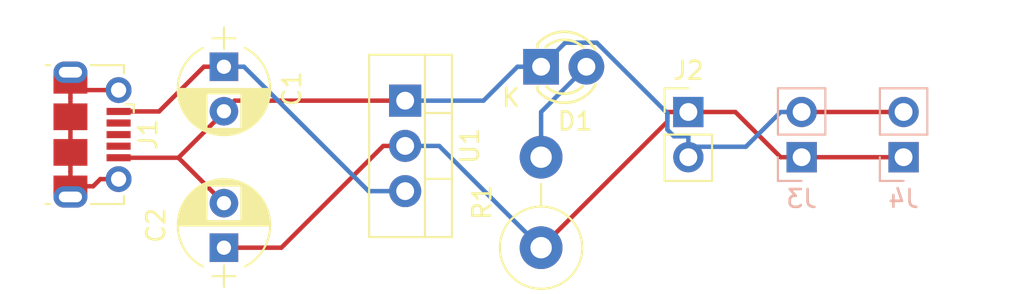
<source format=kicad_pcb>
(kicad_pcb (version 4) (host pcbnew 4.0.7)

  (general
    (links 22)
    (no_connects 0)
    (area 106.7 69.785 164.322858 86.645001)
    (thickness 1.6)
    (drawings 0)
    (tracks 54)
    (zones 0)
    (modules 9)
    (nets 9)
  )

  (page A4)
  (layers
    (0 F.Cu signal)
    (31 B.Cu signal)
    (32 B.Adhes user)
    (33 F.Adhes user)
    (34 B.Paste user)
    (35 F.Paste user)
    (36 B.SilkS user)
    (37 F.SilkS user)
    (38 B.Mask user)
    (39 F.Mask user)
    (40 Dwgs.User user)
    (41 Cmts.User user)
    (42 Eco1.User user)
    (43 Eco2.User user)
    (44 Edge.Cuts user)
    (45 Margin user)
    (46 B.CrtYd user)
    (47 F.CrtYd user)
    (48 B.Fab user)
    (49 F.Fab user)
  )

  (setup
    (last_trace_width 0.25)
    (trace_clearance 0.2)
    (zone_clearance 0.508)
    (zone_45_only no)
    (trace_min 0.2)
    (segment_width 0.2)
    (edge_width 0.15)
    (via_size 0.6)
    (via_drill 0.4)
    (via_min_size 0.4)
    (via_min_drill 0.3)
    (uvia_size 0.3)
    (uvia_drill 0.1)
    (uvias_allowed no)
    (uvia_min_size 0.2)
    (uvia_min_drill 0.1)
    (pcb_text_width 0.3)
    (pcb_text_size 1.5 1.5)
    (mod_edge_width 0.15)
    (mod_text_size 1 1)
    (mod_text_width 0.15)
    (pad_size 1.524 1.524)
    (pad_drill 0.762)
    (pad_to_mask_clearance 0.2)
    (aux_axis_origin 0 0)
    (visible_elements FFFFFF7F)
    (pcbplotparams
      (layerselection 0x010f0_80000001)
      (usegerberextensions true)
      (excludeedgelayer true)
      (linewidth 0.100000)
      (plotframeref false)
      (viasonmask false)
      (mode 1)
      (useauxorigin false)
      (hpglpennumber 1)
      (hpglpenspeed 20)
      (hpglpendiameter 15)
      (hpglpenoverlay 2)
      (psnegative false)
      (psa4output false)
      (plotreference true)
      (plotvalue true)
      (plotinvisibletext false)
      (padsonsilk false)
      (subtractmaskfromsilk false)
      (outputformat 1)
      (mirror false)
      (drillshape 0)
      (scaleselection 1)
      (outputdirectory ""))
  )

  (net 0 "")
  (net 1 "Net-(C1-Pad1)")
  (net 2 "Net-(C1-Pad2)")
  (net 3 "Net-(C2-Pad1)")
  (net 4 "Net-(D1-Pad2)")
  (net 5 "Net-(J1-Pad6)")
  (net 6 "Net-(J1-Pad2)")
  (net 7 "Net-(J1-Pad4)")
  (net 8 "Net-(J1-Pad3)")

  (net_class Default "This is the default net class."
    (clearance 0.2)
    (trace_width 0.25)
    (via_dia 0.6)
    (via_drill 0.4)
    (uvia_dia 0.3)
    (uvia_drill 0.1)
    (add_net "Net-(C1-Pad1)")
    (add_net "Net-(C1-Pad2)")
    (add_net "Net-(C2-Pad1)")
    (add_net "Net-(D1-Pad2)")
    (add_net "Net-(J1-Pad2)")
    (add_net "Net-(J1-Pad3)")
    (add_net "Net-(J1-Pad4)")
    (add_net "Net-(J1-Pad6)")
  )

  (module Capacitors_THT:CP_Radial_D5.0mm_P2.50mm (layer F.Cu) (tedit 597BC7C2) (tstamp 5B9C08F6)
    (at 119.38 73.66 270)
    (descr "CP, Radial series, Radial, pin pitch=2.50mm, , diameter=5mm, Electrolytic Capacitor")
    (tags "CP Radial series Radial pin pitch 2.50mm  diameter 5mm Electrolytic Capacitor")
    (path /5B9C0441)
    (fp_text reference C1 (at 1.25 -3.81 270) (layer F.SilkS)
      (effects (font (size 1 1) (thickness 0.15)))
    )
    (fp_text value 10uf (at 1.25 3.81 270) (layer F.Fab)
      (effects (font (size 1 1) (thickness 0.15)))
    )
    (fp_arc (start 1.25 0) (end -1.05558 -1.18) (angle 125.8) (layer F.SilkS) (width 0.12))
    (fp_arc (start 1.25 0) (end -1.05558 1.18) (angle -125.8) (layer F.SilkS) (width 0.12))
    (fp_arc (start 1.25 0) (end 3.55558 -1.18) (angle 54.2) (layer F.SilkS) (width 0.12))
    (fp_circle (center 1.25 0) (end 3.75 0) (layer F.Fab) (width 0.1))
    (fp_line (start -2.2 0) (end -1 0) (layer F.Fab) (width 0.1))
    (fp_line (start -1.6 -0.65) (end -1.6 0.65) (layer F.Fab) (width 0.1))
    (fp_line (start 1.25 -2.55) (end 1.25 2.55) (layer F.SilkS) (width 0.12))
    (fp_line (start 1.29 -2.55) (end 1.29 2.55) (layer F.SilkS) (width 0.12))
    (fp_line (start 1.33 -2.549) (end 1.33 2.549) (layer F.SilkS) (width 0.12))
    (fp_line (start 1.37 -2.548) (end 1.37 2.548) (layer F.SilkS) (width 0.12))
    (fp_line (start 1.41 -2.546) (end 1.41 2.546) (layer F.SilkS) (width 0.12))
    (fp_line (start 1.45 -2.543) (end 1.45 2.543) (layer F.SilkS) (width 0.12))
    (fp_line (start 1.49 -2.539) (end 1.49 2.539) (layer F.SilkS) (width 0.12))
    (fp_line (start 1.53 -2.535) (end 1.53 -0.98) (layer F.SilkS) (width 0.12))
    (fp_line (start 1.53 0.98) (end 1.53 2.535) (layer F.SilkS) (width 0.12))
    (fp_line (start 1.57 -2.531) (end 1.57 -0.98) (layer F.SilkS) (width 0.12))
    (fp_line (start 1.57 0.98) (end 1.57 2.531) (layer F.SilkS) (width 0.12))
    (fp_line (start 1.61 -2.525) (end 1.61 -0.98) (layer F.SilkS) (width 0.12))
    (fp_line (start 1.61 0.98) (end 1.61 2.525) (layer F.SilkS) (width 0.12))
    (fp_line (start 1.65 -2.519) (end 1.65 -0.98) (layer F.SilkS) (width 0.12))
    (fp_line (start 1.65 0.98) (end 1.65 2.519) (layer F.SilkS) (width 0.12))
    (fp_line (start 1.69 -2.513) (end 1.69 -0.98) (layer F.SilkS) (width 0.12))
    (fp_line (start 1.69 0.98) (end 1.69 2.513) (layer F.SilkS) (width 0.12))
    (fp_line (start 1.73 -2.506) (end 1.73 -0.98) (layer F.SilkS) (width 0.12))
    (fp_line (start 1.73 0.98) (end 1.73 2.506) (layer F.SilkS) (width 0.12))
    (fp_line (start 1.77 -2.498) (end 1.77 -0.98) (layer F.SilkS) (width 0.12))
    (fp_line (start 1.77 0.98) (end 1.77 2.498) (layer F.SilkS) (width 0.12))
    (fp_line (start 1.81 -2.489) (end 1.81 -0.98) (layer F.SilkS) (width 0.12))
    (fp_line (start 1.81 0.98) (end 1.81 2.489) (layer F.SilkS) (width 0.12))
    (fp_line (start 1.85 -2.48) (end 1.85 -0.98) (layer F.SilkS) (width 0.12))
    (fp_line (start 1.85 0.98) (end 1.85 2.48) (layer F.SilkS) (width 0.12))
    (fp_line (start 1.89 -2.47) (end 1.89 -0.98) (layer F.SilkS) (width 0.12))
    (fp_line (start 1.89 0.98) (end 1.89 2.47) (layer F.SilkS) (width 0.12))
    (fp_line (start 1.93 -2.46) (end 1.93 -0.98) (layer F.SilkS) (width 0.12))
    (fp_line (start 1.93 0.98) (end 1.93 2.46) (layer F.SilkS) (width 0.12))
    (fp_line (start 1.971 -2.448) (end 1.971 -0.98) (layer F.SilkS) (width 0.12))
    (fp_line (start 1.971 0.98) (end 1.971 2.448) (layer F.SilkS) (width 0.12))
    (fp_line (start 2.011 -2.436) (end 2.011 -0.98) (layer F.SilkS) (width 0.12))
    (fp_line (start 2.011 0.98) (end 2.011 2.436) (layer F.SilkS) (width 0.12))
    (fp_line (start 2.051 -2.424) (end 2.051 -0.98) (layer F.SilkS) (width 0.12))
    (fp_line (start 2.051 0.98) (end 2.051 2.424) (layer F.SilkS) (width 0.12))
    (fp_line (start 2.091 -2.41) (end 2.091 -0.98) (layer F.SilkS) (width 0.12))
    (fp_line (start 2.091 0.98) (end 2.091 2.41) (layer F.SilkS) (width 0.12))
    (fp_line (start 2.131 -2.396) (end 2.131 -0.98) (layer F.SilkS) (width 0.12))
    (fp_line (start 2.131 0.98) (end 2.131 2.396) (layer F.SilkS) (width 0.12))
    (fp_line (start 2.171 -2.382) (end 2.171 -0.98) (layer F.SilkS) (width 0.12))
    (fp_line (start 2.171 0.98) (end 2.171 2.382) (layer F.SilkS) (width 0.12))
    (fp_line (start 2.211 -2.366) (end 2.211 -0.98) (layer F.SilkS) (width 0.12))
    (fp_line (start 2.211 0.98) (end 2.211 2.366) (layer F.SilkS) (width 0.12))
    (fp_line (start 2.251 -2.35) (end 2.251 -0.98) (layer F.SilkS) (width 0.12))
    (fp_line (start 2.251 0.98) (end 2.251 2.35) (layer F.SilkS) (width 0.12))
    (fp_line (start 2.291 -2.333) (end 2.291 -0.98) (layer F.SilkS) (width 0.12))
    (fp_line (start 2.291 0.98) (end 2.291 2.333) (layer F.SilkS) (width 0.12))
    (fp_line (start 2.331 -2.315) (end 2.331 -0.98) (layer F.SilkS) (width 0.12))
    (fp_line (start 2.331 0.98) (end 2.331 2.315) (layer F.SilkS) (width 0.12))
    (fp_line (start 2.371 -2.296) (end 2.371 -0.98) (layer F.SilkS) (width 0.12))
    (fp_line (start 2.371 0.98) (end 2.371 2.296) (layer F.SilkS) (width 0.12))
    (fp_line (start 2.411 -2.276) (end 2.411 -0.98) (layer F.SilkS) (width 0.12))
    (fp_line (start 2.411 0.98) (end 2.411 2.276) (layer F.SilkS) (width 0.12))
    (fp_line (start 2.451 -2.256) (end 2.451 -0.98) (layer F.SilkS) (width 0.12))
    (fp_line (start 2.451 0.98) (end 2.451 2.256) (layer F.SilkS) (width 0.12))
    (fp_line (start 2.491 -2.234) (end 2.491 -0.98) (layer F.SilkS) (width 0.12))
    (fp_line (start 2.491 0.98) (end 2.491 2.234) (layer F.SilkS) (width 0.12))
    (fp_line (start 2.531 -2.212) (end 2.531 -0.98) (layer F.SilkS) (width 0.12))
    (fp_line (start 2.531 0.98) (end 2.531 2.212) (layer F.SilkS) (width 0.12))
    (fp_line (start 2.571 -2.189) (end 2.571 -0.98) (layer F.SilkS) (width 0.12))
    (fp_line (start 2.571 0.98) (end 2.571 2.189) (layer F.SilkS) (width 0.12))
    (fp_line (start 2.611 -2.165) (end 2.611 -0.98) (layer F.SilkS) (width 0.12))
    (fp_line (start 2.611 0.98) (end 2.611 2.165) (layer F.SilkS) (width 0.12))
    (fp_line (start 2.651 -2.14) (end 2.651 -0.98) (layer F.SilkS) (width 0.12))
    (fp_line (start 2.651 0.98) (end 2.651 2.14) (layer F.SilkS) (width 0.12))
    (fp_line (start 2.691 -2.113) (end 2.691 -0.98) (layer F.SilkS) (width 0.12))
    (fp_line (start 2.691 0.98) (end 2.691 2.113) (layer F.SilkS) (width 0.12))
    (fp_line (start 2.731 -2.086) (end 2.731 -0.98) (layer F.SilkS) (width 0.12))
    (fp_line (start 2.731 0.98) (end 2.731 2.086) (layer F.SilkS) (width 0.12))
    (fp_line (start 2.771 -2.058) (end 2.771 -0.98) (layer F.SilkS) (width 0.12))
    (fp_line (start 2.771 0.98) (end 2.771 2.058) (layer F.SilkS) (width 0.12))
    (fp_line (start 2.811 -2.028) (end 2.811 -0.98) (layer F.SilkS) (width 0.12))
    (fp_line (start 2.811 0.98) (end 2.811 2.028) (layer F.SilkS) (width 0.12))
    (fp_line (start 2.851 -1.997) (end 2.851 -0.98) (layer F.SilkS) (width 0.12))
    (fp_line (start 2.851 0.98) (end 2.851 1.997) (layer F.SilkS) (width 0.12))
    (fp_line (start 2.891 -1.965) (end 2.891 -0.98) (layer F.SilkS) (width 0.12))
    (fp_line (start 2.891 0.98) (end 2.891 1.965) (layer F.SilkS) (width 0.12))
    (fp_line (start 2.931 -1.932) (end 2.931 -0.98) (layer F.SilkS) (width 0.12))
    (fp_line (start 2.931 0.98) (end 2.931 1.932) (layer F.SilkS) (width 0.12))
    (fp_line (start 2.971 -1.897) (end 2.971 -0.98) (layer F.SilkS) (width 0.12))
    (fp_line (start 2.971 0.98) (end 2.971 1.897) (layer F.SilkS) (width 0.12))
    (fp_line (start 3.011 -1.861) (end 3.011 -0.98) (layer F.SilkS) (width 0.12))
    (fp_line (start 3.011 0.98) (end 3.011 1.861) (layer F.SilkS) (width 0.12))
    (fp_line (start 3.051 -1.823) (end 3.051 -0.98) (layer F.SilkS) (width 0.12))
    (fp_line (start 3.051 0.98) (end 3.051 1.823) (layer F.SilkS) (width 0.12))
    (fp_line (start 3.091 -1.783) (end 3.091 -0.98) (layer F.SilkS) (width 0.12))
    (fp_line (start 3.091 0.98) (end 3.091 1.783) (layer F.SilkS) (width 0.12))
    (fp_line (start 3.131 -1.742) (end 3.131 -0.98) (layer F.SilkS) (width 0.12))
    (fp_line (start 3.131 0.98) (end 3.131 1.742) (layer F.SilkS) (width 0.12))
    (fp_line (start 3.171 -1.699) (end 3.171 -0.98) (layer F.SilkS) (width 0.12))
    (fp_line (start 3.171 0.98) (end 3.171 1.699) (layer F.SilkS) (width 0.12))
    (fp_line (start 3.211 -1.654) (end 3.211 -0.98) (layer F.SilkS) (width 0.12))
    (fp_line (start 3.211 0.98) (end 3.211 1.654) (layer F.SilkS) (width 0.12))
    (fp_line (start 3.251 -1.606) (end 3.251 -0.98) (layer F.SilkS) (width 0.12))
    (fp_line (start 3.251 0.98) (end 3.251 1.606) (layer F.SilkS) (width 0.12))
    (fp_line (start 3.291 -1.556) (end 3.291 -0.98) (layer F.SilkS) (width 0.12))
    (fp_line (start 3.291 0.98) (end 3.291 1.556) (layer F.SilkS) (width 0.12))
    (fp_line (start 3.331 -1.504) (end 3.331 -0.98) (layer F.SilkS) (width 0.12))
    (fp_line (start 3.331 0.98) (end 3.331 1.504) (layer F.SilkS) (width 0.12))
    (fp_line (start 3.371 -1.448) (end 3.371 -0.98) (layer F.SilkS) (width 0.12))
    (fp_line (start 3.371 0.98) (end 3.371 1.448) (layer F.SilkS) (width 0.12))
    (fp_line (start 3.411 -1.39) (end 3.411 -0.98) (layer F.SilkS) (width 0.12))
    (fp_line (start 3.411 0.98) (end 3.411 1.39) (layer F.SilkS) (width 0.12))
    (fp_line (start 3.451 -1.327) (end 3.451 -0.98) (layer F.SilkS) (width 0.12))
    (fp_line (start 3.451 0.98) (end 3.451 1.327) (layer F.SilkS) (width 0.12))
    (fp_line (start 3.491 -1.261) (end 3.491 1.261) (layer F.SilkS) (width 0.12))
    (fp_line (start 3.531 -1.189) (end 3.531 1.189) (layer F.SilkS) (width 0.12))
    (fp_line (start 3.571 -1.112) (end 3.571 1.112) (layer F.SilkS) (width 0.12))
    (fp_line (start 3.611 -1.028) (end 3.611 1.028) (layer F.SilkS) (width 0.12))
    (fp_line (start 3.651 -0.934) (end 3.651 0.934) (layer F.SilkS) (width 0.12))
    (fp_line (start 3.691 -0.829) (end 3.691 0.829) (layer F.SilkS) (width 0.12))
    (fp_line (start 3.731 -0.707) (end 3.731 0.707) (layer F.SilkS) (width 0.12))
    (fp_line (start 3.771 -0.559) (end 3.771 0.559) (layer F.SilkS) (width 0.12))
    (fp_line (start 3.811 -0.354) (end 3.811 0.354) (layer F.SilkS) (width 0.12))
    (fp_line (start -2.2 0) (end -1 0) (layer F.SilkS) (width 0.12))
    (fp_line (start -1.6 -0.65) (end -1.6 0.65) (layer F.SilkS) (width 0.12))
    (fp_line (start -1.6 -2.85) (end -1.6 2.85) (layer F.CrtYd) (width 0.05))
    (fp_line (start -1.6 2.85) (end 4.1 2.85) (layer F.CrtYd) (width 0.05))
    (fp_line (start 4.1 2.85) (end 4.1 -2.85) (layer F.CrtYd) (width 0.05))
    (fp_line (start 4.1 -2.85) (end -1.6 -2.85) (layer F.CrtYd) (width 0.05))
    (fp_text user %R (at 1.25 0 270) (layer F.Fab)
      (effects (font (size 1 1) (thickness 0.15)))
    )
    (pad 1 thru_hole rect (at 0 0 270) (size 1.6 1.6) (drill 0.8) (layers *.Cu *.Mask)
      (net 1 "Net-(C1-Pad1)"))
    (pad 2 thru_hole circle (at 2.5 0 270) (size 1.6 1.6) (drill 0.8) (layers *.Cu *.Mask)
      (net 2 "Net-(C1-Pad2)"))
    (model ${KISYS3DMOD}/Capacitors_THT.3dshapes/CP_Radial_D5.0mm_P2.50mm.wrl
      (at (xyz 0 0 0))
      (scale (xyz 1 1 1))
      (rotate (xyz 0 0 0))
    )
  )

  (module Capacitors_THT:CP_Radial_D5.0mm_P2.50mm (layer F.Cu) (tedit 597BC7C2) (tstamp 5B9C08FC)
    (at 119.38 83.82 90)
    (descr "CP, Radial series, Radial, pin pitch=2.50mm, , diameter=5mm, Electrolytic Capacitor")
    (tags "CP Radial series Radial pin pitch 2.50mm  diameter 5mm Electrolytic Capacitor")
    (path /5B9C03E7)
    (fp_text reference C2 (at 1.25 -3.81 90) (layer F.SilkS)
      (effects (font (size 1 1) (thickness 0.15)))
    )
    (fp_text value 10uF (at 1.25 3.81 90) (layer F.Fab)
      (effects (font (size 1 1) (thickness 0.15)))
    )
    (fp_arc (start 1.25 0) (end -1.05558 -1.18) (angle 125.8) (layer F.SilkS) (width 0.12))
    (fp_arc (start 1.25 0) (end -1.05558 1.18) (angle -125.8) (layer F.SilkS) (width 0.12))
    (fp_arc (start 1.25 0) (end 3.55558 -1.18) (angle 54.2) (layer F.SilkS) (width 0.12))
    (fp_circle (center 1.25 0) (end 3.75 0) (layer F.Fab) (width 0.1))
    (fp_line (start -2.2 0) (end -1 0) (layer F.Fab) (width 0.1))
    (fp_line (start -1.6 -0.65) (end -1.6 0.65) (layer F.Fab) (width 0.1))
    (fp_line (start 1.25 -2.55) (end 1.25 2.55) (layer F.SilkS) (width 0.12))
    (fp_line (start 1.29 -2.55) (end 1.29 2.55) (layer F.SilkS) (width 0.12))
    (fp_line (start 1.33 -2.549) (end 1.33 2.549) (layer F.SilkS) (width 0.12))
    (fp_line (start 1.37 -2.548) (end 1.37 2.548) (layer F.SilkS) (width 0.12))
    (fp_line (start 1.41 -2.546) (end 1.41 2.546) (layer F.SilkS) (width 0.12))
    (fp_line (start 1.45 -2.543) (end 1.45 2.543) (layer F.SilkS) (width 0.12))
    (fp_line (start 1.49 -2.539) (end 1.49 2.539) (layer F.SilkS) (width 0.12))
    (fp_line (start 1.53 -2.535) (end 1.53 -0.98) (layer F.SilkS) (width 0.12))
    (fp_line (start 1.53 0.98) (end 1.53 2.535) (layer F.SilkS) (width 0.12))
    (fp_line (start 1.57 -2.531) (end 1.57 -0.98) (layer F.SilkS) (width 0.12))
    (fp_line (start 1.57 0.98) (end 1.57 2.531) (layer F.SilkS) (width 0.12))
    (fp_line (start 1.61 -2.525) (end 1.61 -0.98) (layer F.SilkS) (width 0.12))
    (fp_line (start 1.61 0.98) (end 1.61 2.525) (layer F.SilkS) (width 0.12))
    (fp_line (start 1.65 -2.519) (end 1.65 -0.98) (layer F.SilkS) (width 0.12))
    (fp_line (start 1.65 0.98) (end 1.65 2.519) (layer F.SilkS) (width 0.12))
    (fp_line (start 1.69 -2.513) (end 1.69 -0.98) (layer F.SilkS) (width 0.12))
    (fp_line (start 1.69 0.98) (end 1.69 2.513) (layer F.SilkS) (width 0.12))
    (fp_line (start 1.73 -2.506) (end 1.73 -0.98) (layer F.SilkS) (width 0.12))
    (fp_line (start 1.73 0.98) (end 1.73 2.506) (layer F.SilkS) (width 0.12))
    (fp_line (start 1.77 -2.498) (end 1.77 -0.98) (layer F.SilkS) (width 0.12))
    (fp_line (start 1.77 0.98) (end 1.77 2.498) (layer F.SilkS) (width 0.12))
    (fp_line (start 1.81 -2.489) (end 1.81 -0.98) (layer F.SilkS) (width 0.12))
    (fp_line (start 1.81 0.98) (end 1.81 2.489) (layer F.SilkS) (width 0.12))
    (fp_line (start 1.85 -2.48) (end 1.85 -0.98) (layer F.SilkS) (width 0.12))
    (fp_line (start 1.85 0.98) (end 1.85 2.48) (layer F.SilkS) (width 0.12))
    (fp_line (start 1.89 -2.47) (end 1.89 -0.98) (layer F.SilkS) (width 0.12))
    (fp_line (start 1.89 0.98) (end 1.89 2.47) (layer F.SilkS) (width 0.12))
    (fp_line (start 1.93 -2.46) (end 1.93 -0.98) (layer F.SilkS) (width 0.12))
    (fp_line (start 1.93 0.98) (end 1.93 2.46) (layer F.SilkS) (width 0.12))
    (fp_line (start 1.971 -2.448) (end 1.971 -0.98) (layer F.SilkS) (width 0.12))
    (fp_line (start 1.971 0.98) (end 1.971 2.448) (layer F.SilkS) (width 0.12))
    (fp_line (start 2.011 -2.436) (end 2.011 -0.98) (layer F.SilkS) (width 0.12))
    (fp_line (start 2.011 0.98) (end 2.011 2.436) (layer F.SilkS) (width 0.12))
    (fp_line (start 2.051 -2.424) (end 2.051 -0.98) (layer F.SilkS) (width 0.12))
    (fp_line (start 2.051 0.98) (end 2.051 2.424) (layer F.SilkS) (width 0.12))
    (fp_line (start 2.091 -2.41) (end 2.091 -0.98) (layer F.SilkS) (width 0.12))
    (fp_line (start 2.091 0.98) (end 2.091 2.41) (layer F.SilkS) (width 0.12))
    (fp_line (start 2.131 -2.396) (end 2.131 -0.98) (layer F.SilkS) (width 0.12))
    (fp_line (start 2.131 0.98) (end 2.131 2.396) (layer F.SilkS) (width 0.12))
    (fp_line (start 2.171 -2.382) (end 2.171 -0.98) (layer F.SilkS) (width 0.12))
    (fp_line (start 2.171 0.98) (end 2.171 2.382) (layer F.SilkS) (width 0.12))
    (fp_line (start 2.211 -2.366) (end 2.211 -0.98) (layer F.SilkS) (width 0.12))
    (fp_line (start 2.211 0.98) (end 2.211 2.366) (layer F.SilkS) (width 0.12))
    (fp_line (start 2.251 -2.35) (end 2.251 -0.98) (layer F.SilkS) (width 0.12))
    (fp_line (start 2.251 0.98) (end 2.251 2.35) (layer F.SilkS) (width 0.12))
    (fp_line (start 2.291 -2.333) (end 2.291 -0.98) (layer F.SilkS) (width 0.12))
    (fp_line (start 2.291 0.98) (end 2.291 2.333) (layer F.SilkS) (width 0.12))
    (fp_line (start 2.331 -2.315) (end 2.331 -0.98) (layer F.SilkS) (width 0.12))
    (fp_line (start 2.331 0.98) (end 2.331 2.315) (layer F.SilkS) (width 0.12))
    (fp_line (start 2.371 -2.296) (end 2.371 -0.98) (layer F.SilkS) (width 0.12))
    (fp_line (start 2.371 0.98) (end 2.371 2.296) (layer F.SilkS) (width 0.12))
    (fp_line (start 2.411 -2.276) (end 2.411 -0.98) (layer F.SilkS) (width 0.12))
    (fp_line (start 2.411 0.98) (end 2.411 2.276) (layer F.SilkS) (width 0.12))
    (fp_line (start 2.451 -2.256) (end 2.451 -0.98) (layer F.SilkS) (width 0.12))
    (fp_line (start 2.451 0.98) (end 2.451 2.256) (layer F.SilkS) (width 0.12))
    (fp_line (start 2.491 -2.234) (end 2.491 -0.98) (layer F.SilkS) (width 0.12))
    (fp_line (start 2.491 0.98) (end 2.491 2.234) (layer F.SilkS) (width 0.12))
    (fp_line (start 2.531 -2.212) (end 2.531 -0.98) (layer F.SilkS) (width 0.12))
    (fp_line (start 2.531 0.98) (end 2.531 2.212) (layer F.SilkS) (width 0.12))
    (fp_line (start 2.571 -2.189) (end 2.571 -0.98) (layer F.SilkS) (width 0.12))
    (fp_line (start 2.571 0.98) (end 2.571 2.189) (layer F.SilkS) (width 0.12))
    (fp_line (start 2.611 -2.165) (end 2.611 -0.98) (layer F.SilkS) (width 0.12))
    (fp_line (start 2.611 0.98) (end 2.611 2.165) (layer F.SilkS) (width 0.12))
    (fp_line (start 2.651 -2.14) (end 2.651 -0.98) (layer F.SilkS) (width 0.12))
    (fp_line (start 2.651 0.98) (end 2.651 2.14) (layer F.SilkS) (width 0.12))
    (fp_line (start 2.691 -2.113) (end 2.691 -0.98) (layer F.SilkS) (width 0.12))
    (fp_line (start 2.691 0.98) (end 2.691 2.113) (layer F.SilkS) (width 0.12))
    (fp_line (start 2.731 -2.086) (end 2.731 -0.98) (layer F.SilkS) (width 0.12))
    (fp_line (start 2.731 0.98) (end 2.731 2.086) (layer F.SilkS) (width 0.12))
    (fp_line (start 2.771 -2.058) (end 2.771 -0.98) (layer F.SilkS) (width 0.12))
    (fp_line (start 2.771 0.98) (end 2.771 2.058) (layer F.SilkS) (width 0.12))
    (fp_line (start 2.811 -2.028) (end 2.811 -0.98) (layer F.SilkS) (width 0.12))
    (fp_line (start 2.811 0.98) (end 2.811 2.028) (layer F.SilkS) (width 0.12))
    (fp_line (start 2.851 -1.997) (end 2.851 -0.98) (layer F.SilkS) (width 0.12))
    (fp_line (start 2.851 0.98) (end 2.851 1.997) (layer F.SilkS) (width 0.12))
    (fp_line (start 2.891 -1.965) (end 2.891 -0.98) (layer F.SilkS) (width 0.12))
    (fp_line (start 2.891 0.98) (end 2.891 1.965) (layer F.SilkS) (width 0.12))
    (fp_line (start 2.931 -1.932) (end 2.931 -0.98) (layer F.SilkS) (width 0.12))
    (fp_line (start 2.931 0.98) (end 2.931 1.932) (layer F.SilkS) (width 0.12))
    (fp_line (start 2.971 -1.897) (end 2.971 -0.98) (layer F.SilkS) (width 0.12))
    (fp_line (start 2.971 0.98) (end 2.971 1.897) (layer F.SilkS) (width 0.12))
    (fp_line (start 3.011 -1.861) (end 3.011 -0.98) (layer F.SilkS) (width 0.12))
    (fp_line (start 3.011 0.98) (end 3.011 1.861) (layer F.SilkS) (width 0.12))
    (fp_line (start 3.051 -1.823) (end 3.051 -0.98) (layer F.SilkS) (width 0.12))
    (fp_line (start 3.051 0.98) (end 3.051 1.823) (layer F.SilkS) (width 0.12))
    (fp_line (start 3.091 -1.783) (end 3.091 -0.98) (layer F.SilkS) (width 0.12))
    (fp_line (start 3.091 0.98) (end 3.091 1.783) (layer F.SilkS) (width 0.12))
    (fp_line (start 3.131 -1.742) (end 3.131 -0.98) (layer F.SilkS) (width 0.12))
    (fp_line (start 3.131 0.98) (end 3.131 1.742) (layer F.SilkS) (width 0.12))
    (fp_line (start 3.171 -1.699) (end 3.171 -0.98) (layer F.SilkS) (width 0.12))
    (fp_line (start 3.171 0.98) (end 3.171 1.699) (layer F.SilkS) (width 0.12))
    (fp_line (start 3.211 -1.654) (end 3.211 -0.98) (layer F.SilkS) (width 0.12))
    (fp_line (start 3.211 0.98) (end 3.211 1.654) (layer F.SilkS) (width 0.12))
    (fp_line (start 3.251 -1.606) (end 3.251 -0.98) (layer F.SilkS) (width 0.12))
    (fp_line (start 3.251 0.98) (end 3.251 1.606) (layer F.SilkS) (width 0.12))
    (fp_line (start 3.291 -1.556) (end 3.291 -0.98) (layer F.SilkS) (width 0.12))
    (fp_line (start 3.291 0.98) (end 3.291 1.556) (layer F.SilkS) (width 0.12))
    (fp_line (start 3.331 -1.504) (end 3.331 -0.98) (layer F.SilkS) (width 0.12))
    (fp_line (start 3.331 0.98) (end 3.331 1.504) (layer F.SilkS) (width 0.12))
    (fp_line (start 3.371 -1.448) (end 3.371 -0.98) (layer F.SilkS) (width 0.12))
    (fp_line (start 3.371 0.98) (end 3.371 1.448) (layer F.SilkS) (width 0.12))
    (fp_line (start 3.411 -1.39) (end 3.411 -0.98) (layer F.SilkS) (width 0.12))
    (fp_line (start 3.411 0.98) (end 3.411 1.39) (layer F.SilkS) (width 0.12))
    (fp_line (start 3.451 -1.327) (end 3.451 -0.98) (layer F.SilkS) (width 0.12))
    (fp_line (start 3.451 0.98) (end 3.451 1.327) (layer F.SilkS) (width 0.12))
    (fp_line (start 3.491 -1.261) (end 3.491 1.261) (layer F.SilkS) (width 0.12))
    (fp_line (start 3.531 -1.189) (end 3.531 1.189) (layer F.SilkS) (width 0.12))
    (fp_line (start 3.571 -1.112) (end 3.571 1.112) (layer F.SilkS) (width 0.12))
    (fp_line (start 3.611 -1.028) (end 3.611 1.028) (layer F.SilkS) (width 0.12))
    (fp_line (start 3.651 -0.934) (end 3.651 0.934) (layer F.SilkS) (width 0.12))
    (fp_line (start 3.691 -0.829) (end 3.691 0.829) (layer F.SilkS) (width 0.12))
    (fp_line (start 3.731 -0.707) (end 3.731 0.707) (layer F.SilkS) (width 0.12))
    (fp_line (start 3.771 -0.559) (end 3.771 0.559) (layer F.SilkS) (width 0.12))
    (fp_line (start 3.811 -0.354) (end 3.811 0.354) (layer F.SilkS) (width 0.12))
    (fp_line (start -2.2 0) (end -1 0) (layer F.SilkS) (width 0.12))
    (fp_line (start -1.6 -0.65) (end -1.6 0.65) (layer F.SilkS) (width 0.12))
    (fp_line (start -1.6 -2.85) (end -1.6 2.85) (layer F.CrtYd) (width 0.05))
    (fp_line (start -1.6 2.85) (end 4.1 2.85) (layer F.CrtYd) (width 0.05))
    (fp_line (start 4.1 2.85) (end 4.1 -2.85) (layer F.CrtYd) (width 0.05))
    (fp_line (start 4.1 -2.85) (end -1.6 -2.85) (layer F.CrtYd) (width 0.05))
    (fp_text user %R (at 1.25 0 90) (layer F.Fab)
      (effects (font (size 1 1) (thickness 0.15)))
    )
    (pad 1 thru_hole rect (at 0 0 90) (size 1.6 1.6) (drill 0.8) (layers *.Cu *.Mask)
      (net 3 "Net-(C2-Pad1)"))
    (pad 2 thru_hole circle (at 2.5 0 90) (size 1.6 1.6) (drill 0.8) (layers *.Cu *.Mask)
      (net 2 "Net-(C1-Pad2)"))
    (model ${KISYS3DMOD}/Capacitors_THT.3dshapes/CP_Radial_D5.0mm_P2.50mm.wrl
      (at (xyz 0 0 0))
      (scale (xyz 1 1 1))
      (rotate (xyz 0 0 0))
    )
  )

  (module LEDs:LED-3MM (layer F.Cu) (tedit 559B82F6) (tstamp 5B9C0902)
    (at 137.16 73.66)
    (descr "LED 3mm round vertical")
    (tags "LED  3mm round vertical")
    (path /5B9C0814)
    (fp_text reference D1 (at 1.91 3.06) (layer F.SilkS)
      (effects (font (size 1 1) (thickness 0.15)))
    )
    (fp_text value LED (at 1.3 -2.9) (layer F.Fab)
      (effects (font (size 1 1) (thickness 0.15)))
    )
    (fp_line (start -1.2 2.3) (end 3.8 2.3) (layer F.CrtYd) (width 0.05))
    (fp_line (start 3.8 2.3) (end 3.8 -2.2) (layer F.CrtYd) (width 0.05))
    (fp_line (start 3.8 -2.2) (end -1.2 -2.2) (layer F.CrtYd) (width 0.05))
    (fp_line (start -1.2 -2.2) (end -1.2 2.3) (layer F.CrtYd) (width 0.05))
    (fp_line (start -0.199 1.314) (end -0.199 1.114) (layer F.SilkS) (width 0.15))
    (fp_line (start -0.199 -1.28) (end -0.199 -1.1) (layer F.SilkS) (width 0.15))
    (fp_arc (start 1.301 0.034) (end -0.199 -1.286) (angle 108.5) (layer F.SilkS) (width 0.15))
    (fp_arc (start 1.301 0.034) (end 0.25 -1.1) (angle 85.7) (layer F.SilkS) (width 0.15))
    (fp_arc (start 1.311 0.034) (end 3.051 0.994) (angle 110) (layer F.SilkS) (width 0.15))
    (fp_arc (start 1.301 0.034) (end 2.335 1.094) (angle 87.5) (layer F.SilkS) (width 0.15))
    (fp_text user K (at -1.69 1.74) (layer F.SilkS)
      (effects (font (size 1 1) (thickness 0.15)))
    )
    (pad 1 thru_hole rect (at 0 0 90) (size 2 2) (drill 1.00076) (layers *.Cu *.Mask)
      (net 2 "Net-(C1-Pad2)"))
    (pad 2 thru_hole circle (at 2.54 0) (size 2 2) (drill 1.00076) (layers *.Cu *.Mask)
      (net 4 "Net-(D1-Pad2)"))
    (model LEDs.3dshapes/LED-3MM.wrl
      (at (xyz 0.05 0 0))
      (scale (xyz 1 1 1))
      (rotate (xyz 0 0 90))
    )
  )

  (module Connectors_USB:USB_Micro-B_Molex-105017-0001 (layer F.Cu) (tedit 598B308E) (tstamp 5B9C0913)
    (at 111.125 77.47 270)
    (descr http://www.molex.com/pdm_docs/sd/1050170001_sd.pdf)
    (tags "Micro-USB SMD Typ-B")
    (path /5B9C0550)
    (attr smd)
    (fp_text reference J1 (at 0 -4 270) (layer F.SilkS)
      (effects (font (size 1 1) (thickness 0.15)))
    )
    (fp_text value USB_OTG (at 0.3 3.45 270) (layer F.Fab)
      (effects (font (size 1 1) (thickness 0.15)))
    )
    (fp_line (start -4.4 2.75) (end 4.4 2.75) (layer F.CrtYd) (width 0.05))
    (fp_line (start 4.4 -3.35) (end 4.4 2.75) (layer F.CrtYd) (width 0.05))
    (fp_line (start -4.4 -3.35) (end 4.4 -3.35) (layer F.CrtYd) (width 0.05))
    (fp_line (start -4.4 2.75) (end -4.4 -3.35) (layer F.CrtYd) (width 0.05))
    (fp_text user "PCB Edge" (at 0 1.8 270) (layer Dwgs.User)
      (effects (font (size 0.5 0.5) (thickness 0.08)))
    )
    (fp_line (start -3.9 -2.65) (end -3.45 -2.65) (layer F.SilkS) (width 0.12))
    (fp_line (start -3.9 -0.8) (end -3.9 -2.65) (layer F.SilkS) (width 0.12))
    (fp_line (start 3.9 1.75) (end 3.9 1.5) (layer F.SilkS) (width 0.12))
    (fp_line (start 3.75 2.5) (end 3.75 -2.5) (layer F.Fab) (width 0.1))
    (fp_line (start -3 1.801704) (end 3 1.801704) (layer F.Fab) (width 0.1))
    (fp_line (start -3.75 2.501704) (end 3.75 2.501704) (layer F.Fab) (width 0.1))
    (fp_line (start -3.75 -2.5) (end 3.75 -2.5) (layer F.Fab) (width 0.1))
    (fp_line (start -3.75 2.5) (end -3.75 -2.5) (layer F.Fab) (width 0.1))
    (fp_line (start -3.9 1.75) (end -3.9 1.5) (layer F.SilkS) (width 0.12))
    (fp_line (start 3.9 -0.8) (end 3.9 -2.65) (layer F.SilkS) (width 0.12))
    (fp_line (start 3.9 -2.65) (end 3.45 -2.65) (layer F.SilkS) (width 0.12))
    (fp_text user %R (at 0 0 270) (layer F.Fab)
      (effects (font (size 1 1) (thickness 0.15)))
    )
    (fp_line (start -1.7 -3.2) (end -1.25 -3.2) (layer F.SilkS) (width 0.12))
    (fp_line (start -1.7 -3.2) (end -1.7 -2.75) (layer F.SilkS) (width 0.12))
    (fp_line (start -1.3 -2.6) (end -1.5 -2.8) (layer F.Fab) (width 0.1))
    (fp_line (start -1.1 -2.8) (end -1.3 -2.6) (layer F.Fab) (width 0.1))
    (fp_line (start -1.5 -3.01) (end -1.1 -3.01) (layer F.Fab) (width 0.1))
    (fp_line (start -1.5 -3.01) (end -1.5 -2.8) (layer F.Fab) (width 0.1))
    (fp_line (start -1.1 -3.01) (end -1.1 -2.8) (layer F.Fab) (width 0.1))
    (pad 6 smd rect (at 1 0.35 270) (size 1.5 1.9) (layers F.Cu F.Paste F.Mask)
      (net 5 "Net-(J1-Pad6)"))
    (pad 6 thru_hole circle (at -2.5 -2.35 270) (size 1.45 1.45) (drill 0.85) (layers *.Cu *.Mask)
      (net 5 "Net-(J1-Pad6)"))
    (pad 2 smd rect (at -0.65 -2.35 270) (size 0.4 1.35) (layers F.Cu F.Paste F.Mask)
      (net 6 "Net-(J1-Pad2)"))
    (pad 1 smd rect (at -1.3 -2.35 270) (size 0.4 1.35) (layers F.Cu F.Paste F.Mask)
      (net 1 "Net-(C1-Pad1)"))
    (pad 5 smd rect (at 1.3 -2.35 270) (size 0.4 1.35) (layers F.Cu F.Paste F.Mask)
      (net 2 "Net-(C1-Pad2)"))
    (pad 4 smd rect (at 0.65 -2.35 270) (size 0.4 1.35) (layers F.Cu F.Paste F.Mask)
      (net 7 "Net-(J1-Pad4)"))
    (pad 3 smd rect (at 0 -2.35 270) (size 0.4 1.35) (layers F.Cu F.Paste F.Mask)
      (net 8 "Net-(J1-Pad3)"))
    (pad 6 thru_hole circle (at 2.5 -2.35 270) (size 1.45 1.45) (drill 0.85) (layers *.Cu *.Mask)
      (net 5 "Net-(J1-Pad6)"))
    (pad 6 smd rect (at -1 0.35 270) (size 1.5 1.9) (layers F.Cu F.Paste F.Mask)
      (net 5 "Net-(J1-Pad6)"))
    (pad 6 thru_hole oval (at -3.5 0.35 90) (size 1.2 1.9) (drill oval 0.6 1.3) (layers *.Cu *.Mask)
      (net 5 "Net-(J1-Pad6)"))
    (pad 6 thru_hole oval (at 3.5 0.35 270) (size 1.2 1.9) (drill oval 0.6 1.3) (layers *.Cu *.Mask)
      (net 5 "Net-(J1-Pad6)"))
    (pad 6 smd rect (at 2.9 0.35 270) (size 1.2 1.9) (layers F.Cu F.Mask)
      (net 5 "Net-(J1-Pad6)"))
    (pad 6 smd rect (at -2.9 0.35 270) (size 1.2 1.9) (layers F.Cu F.Mask)
      (net 5 "Net-(J1-Pad6)"))
    (model ${KISYS3DMOD}/Connectors_USB.3dshapes/USB_Micro-B_Molex-105017-0001.wrl
      (at (xyz 0 0 0))
      (scale (xyz 1 1 1))
      (rotate (xyz 0 0 0))
    )
  )

  (module Pin_Headers:Pin_Header_Straight_1x02_Pitch2.54mm (layer F.Cu) (tedit 59650532) (tstamp 5B9C0919)
    (at 145.415 76.2)
    (descr "Through hole straight pin header, 1x02, 2.54mm pitch, single row")
    (tags "Through hole pin header THT 1x02 2.54mm single row")
    (path /5B9C0B7E)
    (fp_text reference J2 (at 0 -2.33) (layer F.SilkS)
      (effects (font (size 1 1) (thickness 0.15)))
    )
    (fp_text value Conn_01x02_Male (at 0 4.87) (layer F.Fab)
      (effects (font (size 1 1) (thickness 0.15)))
    )
    (fp_line (start -0.635 -1.27) (end 1.27 -1.27) (layer F.Fab) (width 0.1))
    (fp_line (start 1.27 -1.27) (end 1.27 3.81) (layer F.Fab) (width 0.1))
    (fp_line (start 1.27 3.81) (end -1.27 3.81) (layer F.Fab) (width 0.1))
    (fp_line (start -1.27 3.81) (end -1.27 -0.635) (layer F.Fab) (width 0.1))
    (fp_line (start -1.27 -0.635) (end -0.635 -1.27) (layer F.Fab) (width 0.1))
    (fp_line (start -1.33 3.87) (end 1.33 3.87) (layer F.SilkS) (width 0.12))
    (fp_line (start -1.33 1.27) (end -1.33 3.87) (layer F.SilkS) (width 0.12))
    (fp_line (start 1.33 1.27) (end 1.33 3.87) (layer F.SilkS) (width 0.12))
    (fp_line (start -1.33 1.27) (end 1.33 1.27) (layer F.SilkS) (width 0.12))
    (fp_line (start -1.33 0) (end -1.33 -1.33) (layer F.SilkS) (width 0.12))
    (fp_line (start -1.33 -1.33) (end 0 -1.33) (layer F.SilkS) (width 0.12))
    (fp_line (start -1.8 -1.8) (end -1.8 4.35) (layer F.CrtYd) (width 0.05))
    (fp_line (start -1.8 4.35) (end 1.8 4.35) (layer F.CrtYd) (width 0.05))
    (fp_line (start 1.8 4.35) (end 1.8 -1.8) (layer F.CrtYd) (width 0.05))
    (fp_line (start 1.8 -1.8) (end -1.8 -1.8) (layer F.CrtYd) (width 0.05))
    (fp_text user %R (at 0 1.27 90) (layer F.Fab)
      (effects (font (size 1 1) (thickness 0.15)))
    )
    (pad 1 thru_hole rect (at 0 0) (size 1.7 1.7) (drill 1) (layers *.Cu *.Mask)
      (net 3 "Net-(C2-Pad1)"))
    (pad 2 thru_hole oval (at 0 2.54) (size 1.7 1.7) (drill 1) (layers *.Cu *.Mask)
      (net 2 "Net-(C1-Pad2)"))
    (model ${KISYS3DMOD}/Pin_Headers.3dshapes/Pin_Header_Straight_1x02_Pitch2.54mm.wrl
      (at (xyz 0 0 0))
      (scale (xyz 1 1 1))
      (rotate (xyz 0 0 0))
    )
  )

  (module Resistors_THT:R_Axial_DIN0414_L11.9mm_D4.5mm_P5.08mm_Vertical (layer F.Cu) (tedit 5874F706) (tstamp 5B9C091F)
    (at 137.16 83.82 90)
    (descr "Resistor, Axial_DIN0414 series, Axial, Vertical, pin pitch=5.08mm, 2W, length*diameter=11.9*4.5mm^2, http://www.vishay.com/docs/20128/wkxwrx.pdf")
    (tags "Resistor Axial_DIN0414 series Axial Vertical pin pitch 5.08mm 2W length 11.9mm diameter 4.5mm")
    (path /5B9C07DE)
    (fp_text reference R1 (at 2.54 -3.31 90) (layer F.SilkS)
      (effects (font (size 1 1) (thickness 0.15)))
    )
    (fp_text value 470 (at 2.54 3.31 90) (layer F.Fab)
      (effects (font (size 1 1) (thickness 0.15)))
    )
    (fp_circle (center 0 0) (end 2.25 0) (layer F.Fab) (width 0.1))
    (fp_circle (center 0 0) (end 2.31 0) (layer F.SilkS) (width 0.12))
    (fp_line (start 0 0) (end 5.08 0) (layer F.Fab) (width 0.1))
    (fp_line (start 2.31 0) (end 3.58 0) (layer F.SilkS) (width 0.12))
    (fp_line (start -2.6 -2.6) (end -2.6 2.6) (layer F.CrtYd) (width 0.05))
    (fp_line (start -2.6 2.6) (end 6.6 2.6) (layer F.CrtYd) (width 0.05))
    (fp_line (start 6.6 2.6) (end 6.6 -2.6) (layer F.CrtYd) (width 0.05))
    (fp_line (start 6.6 -2.6) (end -2.6 -2.6) (layer F.CrtYd) (width 0.05))
    (pad 1 thru_hole circle (at 0 0 90) (size 2.4 2.4) (drill 1.2) (layers *.Cu *.Mask)
      (net 3 "Net-(C2-Pad1)"))
    (pad 2 thru_hole oval (at 5.08 0 90) (size 2.4 2.4) (drill 1.2) (layers *.Cu *.Mask)
      (net 4 "Net-(D1-Pad2)"))
    (model ${KISYS3DMOD}/Resistors_THT.3dshapes/R_Axial_DIN0414_L11.9mm_D4.5mm_P5.08mm_Vertical.wrl
      (at (xyz 0 0 0))
      (scale (xyz 0.393701 0.393701 0.393701))
      (rotate (xyz 0 0 0))
    )
  )

  (module Pin_Headers:Pin_Header_Straight_1x02_Pitch2.54mm (layer B.Cu) (tedit 59650532) (tstamp 5B9C10D6)
    (at 151.765 78.74)
    (descr "Through hole straight pin header, 1x02, 2.54mm pitch, single row")
    (tags "Through hole pin header THT 1x02 2.54mm single row")
    (path /5B9C0BD3)
    (fp_text reference J3 (at 0 2.33) (layer B.SilkS)
      (effects (font (size 1 1) (thickness 0.15)) (justify mirror))
    )
    (fp_text value Conn_01x02_Male (at 0 -4.87) (layer B.Fab)
      (effects (font (size 1 1) (thickness 0.15)) (justify mirror))
    )
    (fp_line (start -0.635 1.27) (end 1.27 1.27) (layer B.Fab) (width 0.1))
    (fp_line (start 1.27 1.27) (end 1.27 -3.81) (layer B.Fab) (width 0.1))
    (fp_line (start 1.27 -3.81) (end -1.27 -3.81) (layer B.Fab) (width 0.1))
    (fp_line (start -1.27 -3.81) (end -1.27 0.635) (layer B.Fab) (width 0.1))
    (fp_line (start -1.27 0.635) (end -0.635 1.27) (layer B.Fab) (width 0.1))
    (fp_line (start -1.33 -3.87) (end 1.33 -3.87) (layer B.SilkS) (width 0.12))
    (fp_line (start -1.33 -1.27) (end -1.33 -3.87) (layer B.SilkS) (width 0.12))
    (fp_line (start 1.33 -1.27) (end 1.33 -3.87) (layer B.SilkS) (width 0.12))
    (fp_line (start -1.33 -1.27) (end 1.33 -1.27) (layer B.SilkS) (width 0.12))
    (fp_line (start -1.33 0) (end -1.33 1.33) (layer B.SilkS) (width 0.12))
    (fp_line (start -1.33 1.33) (end 0 1.33) (layer B.SilkS) (width 0.12))
    (fp_line (start -1.8 1.8) (end -1.8 -4.35) (layer B.CrtYd) (width 0.05))
    (fp_line (start -1.8 -4.35) (end 1.8 -4.35) (layer B.CrtYd) (width 0.05))
    (fp_line (start 1.8 -4.35) (end 1.8 1.8) (layer B.CrtYd) (width 0.05))
    (fp_line (start 1.8 1.8) (end -1.8 1.8) (layer B.CrtYd) (width 0.05))
    (fp_text user %R (at 0 -1.27 270) (layer B.Fab)
      (effects (font (size 1 1) (thickness 0.15)) (justify mirror))
    )
    (pad 1 thru_hole rect (at 0 0) (size 1.7 1.7) (drill 1) (layers *.Cu *.Mask)
      (net 3 "Net-(C2-Pad1)"))
    (pad 2 thru_hole oval (at 0 -2.54) (size 1.7 1.7) (drill 1) (layers *.Cu *.Mask)
      (net 2 "Net-(C1-Pad2)"))
    (model ${KISYS3DMOD}/Pin_Headers.3dshapes/Pin_Header_Straight_1x02_Pitch2.54mm.wrl
      (at (xyz 0 0 0))
      (scale (xyz 1 1 1))
      (rotate (xyz 0 0 0))
    )
  )

  (module Pin_Headers:Pin_Header_Straight_1x02_Pitch2.54mm (layer B.Cu) (tedit 59650532) (tstamp 5B9C10DC)
    (at 157.48 78.74)
    (descr "Through hole straight pin header, 1x02, 2.54mm pitch, single row")
    (tags "Through hole pin header THT 1x02 2.54mm single row")
    (path /5B9C0B73)
    (fp_text reference J4 (at 0 2.33) (layer B.SilkS)
      (effects (font (size 1 1) (thickness 0.15)) (justify mirror))
    )
    (fp_text value Conn_01x02_Male (at 0 -4.87) (layer B.Fab)
      (effects (font (size 1 1) (thickness 0.15)) (justify mirror))
    )
    (fp_line (start -0.635 1.27) (end 1.27 1.27) (layer B.Fab) (width 0.1))
    (fp_line (start 1.27 1.27) (end 1.27 -3.81) (layer B.Fab) (width 0.1))
    (fp_line (start 1.27 -3.81) (end -1.27 -3.81) (layer B.Fab) (width 0.1))
    (fp_line (start -1.27 -3.81) (end -1.27 0.635) (layer B.Fab) (width 0.1))
    (fp_line (start -1.27 0.635) (end -0.635 1.27) (layer B.Fab) (width 0.1))
    (fp_line (start -1.33 -3.87) (end 1.33 -3.87) (layer B.SilkS) (width 0.12))
    (fp_line (start -1.33 -1.27) (end -1.33 -3.87) (layer B.SilkS) (width 0.12))
    (fp_line (start 1.33 -1.27) (end 1.33 -3.87) (layer B.SilkS) (width 0.12))
    (fp_line (start -1.33 -1.27) (end 1.33 -1.27) (layer B.SilkS) (width 0.12))
    (fp_line (start -1.33 0) (end -1.33 1.33) (layer B.SilkS) (width 0.12))
    (fp_line (start -1.33 1.33) (end 0 1.33) (layer B.SilkS) (width 0.12))
    (fp_line (start -1.8 1.8) (end -1.8 -4.35) (layer B.CrtYd) (width 0.05))
    (fp_line (start -1.8 -4.35) (end 1.8 -4.35) (layer B.CrtYd) (width 0.05))
    (fp_line (start 1.8 -4.35) (end 1.8 1.8) (layer B.CrtYd) (width 0.05))
    (fp_line (start 1.8 1.8) (end -1.8 1.8) (layer B.CrtYd) (width 0.05))
    (fp_text user %R (at 0 -1.27 270) (layer B.Fab)
      (effects (font (size 1 1) (thickness 0.15)) (justify mirror))
    )
    (pad 1 thru_hole rect (at 0 0) (size 1.7 1.7) (drill 1) (layers *.Cu *.Mask)
      (net 3 "Net-(C2-Pad1)"))
    (pad 2 thru_hole oval (at 0 -2.54) (size 1.7 1.7) (drill 1) (layers *.Cu *.Mask)
      (net 2 "Net-(C1-Pad2)"))
    (model ${KISYS3DMOD}/Pin_Headers.3dshapes/Pin_Header_Straight_1x02_Pitch2.54mm.wrl
      (at (xyz 0 0 0))
      (scale (xyz 1 1 1))
      (rotate (xyz 0 0 0))
    )
  )

  (module TO_SOT_Packages_THT:TO-220_Vertical (layer F.Cu) (tedit 58CE52AD) (tstamp 5B9C0927)
    (at 129.54 75.565 270)
    (descr "TO-220, Vertical, RM 2.54mm")
    (tags "TO-220 Vertical RM 2.54mm")
    (path /5B9C02EC)
    (fp_text reference U1 (at 2.54 -3.62 270) (layer F.SilkS)
      (effects (font (size 1 1) (thickness 0.15)))
    )
    (fp_text value LM1117-3.3 (at 2.54 3.92 270) (layer F.Fab)
      (effects (font (size 1 1) (thickness 0.15)))
    )
    (fp_text user %R (at 2.54 -3.62 270) (layer F.Fab)
      (effects (font (size 1 1) (thickness 0.15)))
    )
    (fp_line (start -2.46 -2.5) (end -2.46 1.9) (layer F.Fab) (width 0.1))
    (fp_line (start -2.46 1.9) (end 7.54 1.9) (layer F.Fab) (width 0.1))
    (fp_line (start 7.54 1.9) (end 7.54 -2.5) (layer F.Fab) (width 0.1))
    (fp_line (start 7.54 -2.5) (end -2.46 -2.5) (layer F.Fab) (width 0.1))
    (fp_line (start -2.46 -1.23) (end 7.54 -1.23) (layer F.Fab) (width 0.1))
    (fp_line (start 0.69 -2.5) (end 0.69 -1.23) (layer F.Fab) (width 0.1))
    (fp_line (start 4.39 -2.5) (end 4.39 -1.23) (layer F.Fab) (width 0.1))
    (fp_line (start -2.58 -2.62) (end 7.66 -2.62) (layer F.SilkS) (width 0.12))
    (fp_line (start -2.58 2.021) (end 7.66 2.021) (layer F.SilkS) (width 0.12))
    (fp_line (start -2.58 -2.62) (end -2.58 2.021) (layer F.SilkS) (width 0.12))
    (fp_line (start 7.66 -2.62) (end 7.66 2.021) (layer F.SilkS) (width 0.12))
    (fp_line (start -2.58 -1.11) (end 7.66 -1.11) (layer F.SilkS) (width 0.12))
    (fp_line (start 0.69 -2.62) (end 0.69 -1.11) (layer F.SilkS) (width 0.12))
    (fp_line (start 4.391 -2.62) (end 4.391 -1.11) (layer F.SilkS) (width 0.12))
    (fp_line (start -2.71 -2.75) (end -2.71 2.16) (layer F.CrtYd) (width 0.05))
    (fp_line (start -2.71 2.16) (end 7.79 2.16) (layer F.CrtYd) (width 0.05))
    (fp_line (start 7.79 2.16) (end 7.79 -2.75) (layer F.CrtYd) (width 0.05))
    (fp_line (start 7.79 -2.75) (end -2.71 -2.75) (layer F.CrtYd) (width 0.05))
    (pad 1 thru_hole rect (at 0 0 270) (size 1.8 1.8) (drill 1) (layers *.Cu *.Mask)
      (net 2 "Net-(C1-Pad2)"))
    (pad 2 thru_hole oval (at 2.54 0 270) (size 1.8 1.8) (drill 1) (layers *.Cu *.Mask)
      (net 3 "Net-(C2-Pad1)"))
    (pad 3 thru_hole oval (at 5.08 0 270) (size 1.8 1.8) (drill 1) (layers *.Cu *.Mask)
      (net 1 "Net-(C1-Pad1)"))
    (model ${KISYS3DMOD}/TO_SOT_Packages_THT.3dshapes/TO-220_Vertical.wrl
      (at (xyz 0.1 0 0))
      (scale (xyz 0.393701 0.393701 0.393701))
      (rotate (xyz 0 0 0))
    )
  )

  (segment (start 115.7447 76.17) (end 118.2547 73.66) (width 0.25) (layer F.Cu) (net 1))
  (segment (start 113.475 76.17) (end 115.7447 76.17) (width 0.25) (layer F.Cu) (net 1))
  (segment (start 119.38 73.66) (end 118.2547 73.66) (width 0.25) (layer F.Cu) (net 1))
  (segment (start 127.4903 80.645) (end 120.5053 73.66) (width 0.25) (layer B.Cu) (net 1))
  (segment (start 129.54 80.645) (end 127.4903 80.645) (width 0.25) (layer B.Cu) (net 1))
  (segment (start 119.38 73.66) (end 120.5053 73.66) (width 0.25) (layer B.Cu) (net 1))
  (segment (start 133.9297 75.565) (end 135.8347 73.66) (width 0.25) (layer B.Cu) (net 2))
  (segment (start 129.54 75.565) (end 133.9297 75.565) (width 0.25) (layer B.Cu) (net 2))
  (segment (start 137.16 73.66) (end 135.8347 73.66) (width 0.25) (layer B.Cu) (net 2))
  (segment (start 157.48 76.2) (end 151.765 76.2) (width 0.25) (layer F.Cu) (net 2))
  (segment (start 138.5112 72.3088) (end 137.16 73.66) (width 0.25) (layer B.Cu) (net 2))
  (segment (start 140.2775 72.3088) (end 138.5112 72.3088) (width 0.25) (layer B.Cu) (net 2))
  (segment (start 144.2397 76.271) (end 140.2775 72.3088) (width 0.25) (layer B.Cu) (net 2))
  (segment (start 144.2397 77.1975) (end 144.2397 76.271) (width 0.25) (layer B.Cu) (net 2))
  (segment (start 144.6069 77.5647) (end 144.2397 77.1975) (width 0.25) (layer B.Cu) (net 2))
  (segment (start 145.415 77.5647) (end 144.6069 77.5647) (width 0.25) (layer B.Cu) (net 2))
  (segment (start 145.415 78.74) (end 145.415 78.1523) (width 0.25) (layer B.Cu) (net 2))
  (segment (start 145.415 78.1523) (end 145.415 77.5647) (width 0.25) (layer B.Cu) (net 2))
  (segment (start 148.6374 78.1523) (end 150.5897 76.2) (width 0.25) (layer B.Cu) (net 2))
  (segment (start 145.415 78.1523) (end 148.6374 78.1523) (width 0.25) (layer B.Cu) (net 2))
  (segment (start 151.765 76.2) (end 150.5897 76.2) (width 0.25) (layer B.Cu) (net 2))
  (segment (start 113.475 78.77) (end 116.83 78.77) (width 0.25) (layer F.Cu) (net 2))
  (segment (start 116.83 78.77) (end 119.38 81.32) (width 0.25) (layer F.Cu) (net 2))
  (segment (start 119.975 75.565) (end 119.38 76.16) (width 0.25) (layer F.Cu) (net 2))
  (segment (start 129.54 75.565) (end 119.975 75.565) (width 0.25) (layer F.Cu) (net 2))
  (segment (start 119.38 76.22) (end 116.83 78.77) (width 0.25) (layer F.Cu) (net 2))
  (segment (start 119.38 76.16) (end 119.38 76.22) (width 0.25) (layer F.Cu) (net 2))
  (segment (start 157.48 78.74) (end 151.765 78.74) (width 0.25) (layer F.Cu) (net 3))
  (segment (start 151.765 78.74) (end 150.5897 78.74) (width 0.25) (layer F.Cu) (net 3))
  (segment (start 148.0497 76.2) (end 145.415 76.2) (width 0.25) (layer F.Cu) (net 3))
  (segment (start 150.5897 78.74) (end 148.0497 76.2) (width 0.25) (layer F.Cu) (net 3))
  (segment (start 144.2397 76.7403) (end 144.2397 76.2) (width 0.25) (layer F.Cu) (net 3))
  (segment (start 137.16 83.82) (end 144.2397 76.7403) (width 0.25) (layer F.Cu) (net 3))
  (segment (start 145.415 76.2) (end 144.2397 76.2) (width 0.25) (layer F.Cu) (net 3))
  (segment (start 131.445 78.105) (end 137.16 83.82) (width 0.25) (layer B.Cu) (net 3))
  (segment (start 129.54 78.105) (end 131.445 78.105) (width 0.25) (layer B.Cu) (net 3))
  (segment (start 122.5997 83.82) (end 119.38 83.82) (width 0.25) (layer F.Cu) (net 3))
  (segment (start 128.3147 78.105) (end 122.5997 83.82) (width 0.25) (layer F.Cu) (net 3))
  (segment (start 129.54 78.105) (end 128.3147 78.105) (width 0.25) (layer F.Cu) (net 3))
  (segment (start 137.16 76.2) (end 139.7 73.66) (width 0.25) (layer B.Cu) (net 4))
  (segment (start 137.16 78.74) (end 137.16 76.2) (width 0.25) (layer B.Cu) (net 4))
  (segment (start 110.775 78.47) (end 110.775 79.5453) (width 0.25) (layer F.Cu) (net 5))
  (segment (start 110.775 80.37) (end 110.775 80.97) (width 0.25) (layer F.Cu) (net 5))
  (segment (start 110.775 80.37) (end 110.775 79.5453) (width 0.25) (layer F.Cu) (net 5))
  (segment (start 112.4503 79.97) (end 112.0503 80.37) (width 0.25) (layer F.Cu) (net 5))
  (segment (start 113.475 79.97) (end 112.4503 79.97) (width 0.25) (layer F.Cu) (net 5))
  (segment (start 110.775 80.37) (end 112.0503 80.37) (width 0.25) (layer F.Cu) (net 5))
  (segment (start 110.775 74.57) (end 110.775 73.97) (width 0.25) (layer F.Cu) (net 5))
  (segment (start 110.775 75.9323) (end 110.775 75.3947) (width 0.25) (layer F.Cu) (net 5))
  (segment (start 110.775 75.9323) (end 110.775 76.47) (width 0.25) (layer F.Cu) (net 5))
  (segment (start 110.775 76.47) (end 110.775 78.47) (width 0.25) (layer F.Cu) (net 5))
  (segment (start 110.775 74.97) (end 113.475 74.97) (width 0.25) (layer F.Cu) (net 5))
  (segment (start 110.775 74.57) (end 110.775 74.97) (width 0.25) (layer F.Cu) (net 5))
  (segment (start 110.775 74.97) (end 110.775 75.3947) (width 0.25) (layer F.Cu) (net 5))

)

</source>
